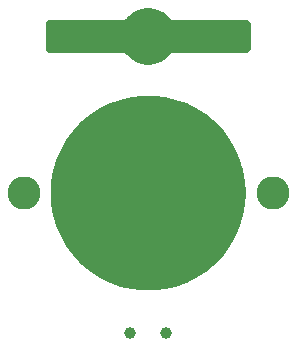
<source format=gbs>
G75*
%MOIN*%
%OFA0B0*%
%FSLAX24Y24*%
%IPPOS*%
%LPD*%
%AMOC8*
5,1,8,0,0,1.08239X$1,22.5*
%
%ADD10C,0.0118*%
%ADD11C,0.0197*%
%ADD12C,0.1103*%
%ADD13C,0.2402*%
%ADD14C,0.0394*%
D10*
X005992Y010363D02*
X006112Y010305D01*
X006240Y010265D01*
X006372Y010245D01*
X006505Y010245D01*
X006638Y010265D01*
X006765Y010305D01*
X006885Y010363D01*
X006995Y010439D01*
X007093Y010531D01*
X007175Y010636D01*
X009687Y010636D01*
X009712Y010640D01*
X009736Y010649D01*
X009756Y010665D01*
X009772Y010685D01*
X009782Y010709D01*
X009785Y010735D01*
X009785Y011522D01*
X009782Y011548D01*
X009772Y011571D01*
X009756Y011592D01*
X009736Y011607D01*
X009712Y011617D01*
X009687Y011620D01*
X007175Y011620D01*
X007093Y011726D01*
X006995Y011817D01*
X006885Y011893D01*
X006765Y011952D01*
X006638Y011992D01*
X006505Y012012D01*
X006372Y012012D01*
X006240Y011992D01*
X006112Y011952D01*
X005992Y011893D01*
X005882Y011817D01*
X005784Y011726D01*
X005702Y011620D01*
X003191Y011620D01*
X003165Y011617D01*
X003141Y011607D01*
X003121Y011592D01*
X003105Y011571D01*
X003095Y011548D01*
X003092Y011522D01*
X003092Y010735D01*
X003095Y010709D01*
X003105Y010685D01*
X003121Y010665D01*
X003141Y010649D01*
X003165Y010640D01*
X003191Y010636D01*
X005702Y010636D01*
X005784Y010531D01*
X005882Y010439D01*
X005992Y010363D01*
X006018Y010351D02*
X006859Y010351D01*
X007025Y010467D02*
X005852Y010467D01*
X005743Y010584D02*
X007134Y010584D01*
X007165Y011633D02*
X005712Y011633D01*
X005810Y011750D02*
X007067Y011750D01*
X006924Y011866D02*
X005953Y011866D01*
X006212Y011983D02*
X006665Y011983D01*
X009785Y011517D02*
X003092Y011517D01*
X003092Y011400D02*
X009785Y011400D01*
X009785Y011283D02*
X003092Y011283D01*
X003092Y011167D02*
X009785Y011167D01*
X009785Y011050D02*
X003092Y011050D01*
X003092Y010934D02*
X009785Y010934D01*
X009785Y010817D02*
X003092Y010817D01*
X003099Y010700D02*
X009778Y010700D01*
D11*
X008908Y003963D02*
X003970Y003963D01*
X004026Y003887D02*
X004277Y003621D01*
X004558Y003385D01*
X004864Y003184D01*
X005191Y003020D01*
X005535Y002895D01*
X005892Y002810D01*
X006255Y002768D01*
X006622Y002768D01*
X006986Y002810D01*
X007342Y002895D01*
X007686Y003020D01*
X008013Y003184D01*
X008319Y003385D01*
X008600Y003621D01*
X008851Y003887D01*
X009070Y004181D01*
X009253Y004498D01*
X009398Y004835D01*
X009503Y005185D01*
X009567Y005546D01*
X009588Y005912D01*
X009567Y006277D01*
X009503Y006638D01*
X009398Y006989D01*
X009253Y007325D01*
X009070Y007643D01*
X008851Y007936D01*
X008600Y008203D01*
X008319Y008438D01*
X008013Y008639D01*
X007686Y008804D01*
X007342Y008929D01*
X006986Y009014D01*
X006622Y009056D01*
X006255Y009056D01*
X005892Y009014D01*
X005535Y008929D01*
X005191Y008804D01*
X004864Y008639D01*
X004558Y008438D01*
X004277Y008203D01*
X004026Y007936D01*
X003807Y007643D01*
X003624Y007325D01*
X003479Y006989D01*
X003374Y006638D01*
X003310Y006277D01*
X003289Y005912D01*
X003310Y005546D01*
X003374Y005185D01*
X003479Y004835D01*
X003624Y004498D01*
X003807Y004181D01*
X004026Y003887D01*
X004139Y003767D02*
X008738Y003767D01*
X008542Y003572D02*
X004335Y003572D01*
X004571Y003377D02*
X008306Y003377D01*
X008008Y003181D02*
X004869Y003181D01*
X005284Y002986D02*
X007593Y002986D01*
X006820Y002791D02*
X006057Y002791D01*
X003824Y004158D02*
X009053Y004158D01*
X009170Y004354D02*
X003708Y004354D01*
X003602Y004549D02*
X009275Y004549D01*
X009359Y004744D02*
X003518Y004744D01*
X003447Y004940D02*
X009430Y004940D01*
X009488Y005135D02*
X003389Y005135D01*
X003348Y005330D02*
X009529Y005330D01*
X009563Y005526D02*
X003314Y005526D01*
X003300Y005721D02*
X009577Y005721D01*
X009588Y005916D02*
X003289Y005916D01*
X003301Y006112D02*
X009577Y006112D01*
X009562Y006307D02*
X003315Y006307D01*
X003350Y006502D02*
X009527Y006502D01*
X009485Y006698D02*
X003392Y006698D01*
X003450Y006893D02*
X009427Y006893D01*
X009355Y007088D02*
X003522Y007088D01*
X003606Y007284D02*
X009271Y007284D01*
X009164Y007479D02*
X003713Y007479D01*
X003831Y007674D02*
X009046Y007674D01*
X008901Y007870D02*
X003976Y007870D01*
X004147Y008065D02*
X008730Y008065D01*
X008531Y008261D02*
X004346Y008261D01*
X004585Y008456D02*
X008293Y008456D01*
X007990Y008651D02*
X004887Y008651D01*
X005309Y008847D02*
X007569Y008847D01*
X006743Y009042D02*
X006134Y009042D01*
D12*
X002285Y005912D03*
X010592Y005912D03*
D13*
X006439Y005912D03*
D14*
X007029Y001252D03*
X005848Y001252D03*
M02*

</source>
